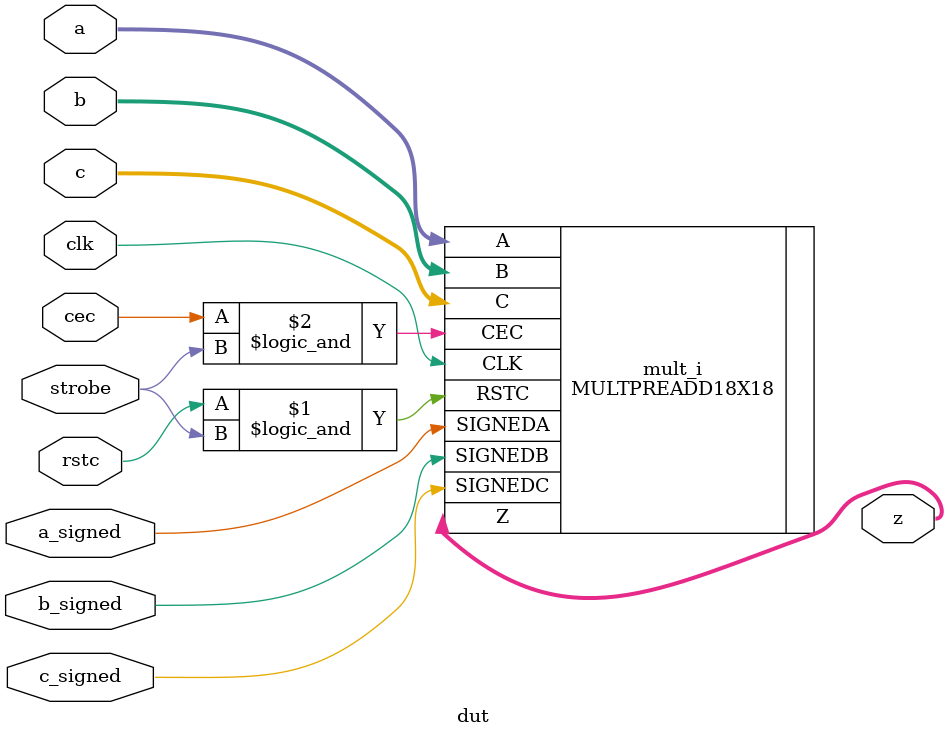
<source format=v>
module dut(
	input clk, strobe,
	input a_signed, b_signed, c_signed,
	input [17:0] a, b, c,
	input rstc, cec,
	output [35:0] z
);

	MULTPREADD18X18 #(
		.REGINPUTA("BYPASS"),
		.REGINPUTB("BYPASS"),
		.REGINPUTC("REGISTER"),
		.REGOUTPUT("BYPASS"),
		.GSR("DISABLED")
	) mult_i (
		.CLK(clk),
		.A(a),
		.B(b),
		.C(c),
		.RSTC(rstc && strobe), .CEC(cec && strobe),
		.SIGNEDA(a_signed),
		.SIGNEDB(b_signed),
		.SIGNEDC(c_signed),
		.Z(z)
	);

endmodule

</source>
